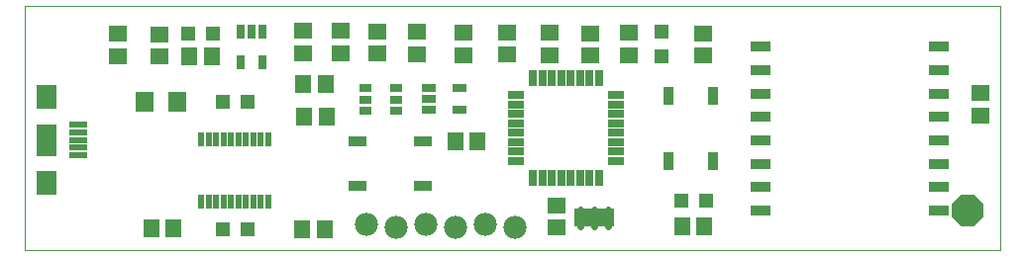
<source format=gts>
G75*
%MOIN*%
%OFA0B0*%
%FSLAX25Y25*%
%IPPOS*%
%LPD*%
%AMOC8*
5,1,8,0,0,1.08239X$1,22.5*
%
%ADD10C,0.00000*%
%ADD11OC8,0.10400*%
%ADD12R,0.06306X0.05518*%
%ADD13R,0.05518X0.06306*%
%ADD14R,0.05912X0.06699*%
%ADD15R,0.06109X0.01975*%
%ADD16R,0.06693X0.07874*%
%ADD17R,0.06693X0.10630*%
%ADD18R,0.05124X0.05124*%
%ADD19R,0.06400X0.03400*%
%ADD20R,0.05124X0.02565*%
%ADD21R,0.01900X0.04900*%
%ADD22R,0.02565X0.05124*%
%ADD23R,0.02600X0.05400*%
%ADD24R,0.05400X0.02600*%
%ADD25R,0.07000X0.03600*%
%ADD26R,0.04337X0.03156*%
%ADD27C,0.02172*%
%ADD28R,0.13760X0.06040*%
%ADD29R,0.03400X0.06400*%
%ADD30C,0.07800*%
D10*
X0015433Y0071025D02*
X0015433Y0153387D01*
X0343780Y0153387D01*
X0343780Y0071025D01*
X0015433Y0071025D01*
D11*
X0333032Y0084372D03*
D12*
X0337362Y0116458D03*
X0337362Y0123939D03*
X0243780Y0136576D03*
X0243780Y0144057D03*
X0219055Y0144135D03*
X0205985Y0144057D03*
X0192284Y0144254D03*
X0177953Y0144293D03*
X0163189Y0144254D03*
X0147441Y0144569D03*
X0134331Y0144687D03*
X0122008Y0144883D03*
X0109213Y0144883D03*
X0109213Y0137403D03*
X0122008Y0137403D03*
X0134331Y0137206D03*
X0147441Y0137088D03*
X0163189Y0136773D03*
X0177953Y0136813D03*
X0192284Y0136773D03*
X0205985Y0136576D03*
X0219055Y0136655D03*
X0194488Y0086065D03*
X0194488Y0078584D03*
X0061024Y0136301D03*
X0046851Y0136340D03*
X0046851Y0143820D03*
X0061024Y0143781D03*
D13*
X0071024Y0136261D03*
X0078504Y0136261D03*
X0109370Y0126852D03*
X0116851Y0126852D03*
X0117087Y0116025D03*
X0109607Y0116025D03*
X0160551Y0107757D03*
X0168032Y0107757D03*
X0236890Y0078899D03*
X0244370Y0078899D03*
X0116457Y0077994D03*
X0108977Y0077994D03*
X0065591Y0078427D03*
X0058110Y0078427D03*
D14*
X0055906Y0121025D03*
X0066929Y0121025D03*
D15*
X0033662Y0113151D03*
X0033662Y0110592D03*
X0033662Y0108033D03*
X0033662Y0105474D03*
X0033662Y0102915D03*
D16*
X0022933Y0093529D03*
X0022933Y0122537D03*
D17*
X0022933Y0108033D03*
D18*
X0082362Y0120828D03*
X0090630Y0120828D03*
X0078819Y0143820D03*
X0070551Y0143820D03*
X0229725Y0144647D03*
X0229725Y0136380D03*
X0236496Y0087561D03*
X0244764Y0087561D03*
X0090630Y0077836D03*
X0082362Y0077836D03*
D19*
X0127583Y0092541D03*
X0149583Y0092541D03*
X0149583Y0107541D03*
X0127583Y0107541D03*
D20*
X0151653Y0118269D03*
X0161890Y0118269D03*
X0151653Y0122009D03*
X0151653Y0125750D03*
X0161890Y0125750D03*
D21*
X0097431Y0108426D03*
X0094931Y0108426D03*
X0092431Y0108426D03*
X0089931Y0108426D03*
X0087431Y0108426D03*
X0084931Y0108426D03*
X0082431Y0108426D03*
X0079931Y0108426D03*
X0077431Y0108426D03*
X0074931Y0108426D03*
X0074931Y0087326D03*
X0077431Y0087326D03*
X0079931Y0087326D03*
X0082431Y0087326D03*
X0084931Y0087326D03*
X0087431Y0087326D03*
X0089931Y0087326D03*
X0092431Y0087326D03*
X0094931Y0087326D03*
X0097431Y0087326D03*
D22*
X0095630Y0134371D03*
X0088150Y0134371D03*
X0088150Y0144608D03*
X0091890Y0144608D03*
X0095630Y0144608D03*
D23*
X0186693Y0129028D03*
X0189843Y0129028D03*
X0192992Y0129028D03*
X0196142Y0129028D03*
X0199292Y0129028D03*
X0202441Y0129028D03*
X0205591Y0129028D03*
X0208740Y0129028D03*
X0208740Y0095228D03*
X0205591Y0095228D03*
X0202441Y0095228D03*
X0199292Y0095228D03*
X0196142Y0095228D03*
X0192992Y0095228D03*
X0189843Y0095228D03*
X0186693Y0095228D03*
D24*
X0180817Y0101104D03*
X0180817Y0104254D03*
X0180817Y0107403D03*
X0180817Y0110553D03*
X0180817Y0113702D03*
X0180817Y0116852D03*
X0180817Y0120002D03*
X0180817Y0123151D03*
X0214617Y0123151D03*
X0214617Y0120002D03*
X0214617Y0116852D03*
X0214617Y0113702D03*
X0214617Y0110553D03*
X0214617Y0107403D03*
X0214617Y0104254D03*
X0214617Y0101104D03*
D25*
X0263307Y0100120D03*
X0263307Y0107994D03*
X0263307Y0115868D03*
X0263307Y0123742D03*
X0263307Y0131616D03*
X0263307Y0139490D03*
X0323150Y0139490D03*
X0323150Y0131616D03*
X0323150Y0123742D03*
X0323150Y0115868D03*
X0323150Y0107994D03*
X0323150Y0100120D03*
X0323150Y0092246D03*
X0323150Y0084372D03*
X0263307Y0084372D03*
X0263307Y0092246D03*
D26*
X0140473Y0118033D03*
X0140473Y0121773D03*
X0130236Y0121773D03*
X0130236Y0118033D03*
X0130236Y0125513D03*
X0140473Y0125513D03*
D27*
X0202599Y0084755D02*
X0202599Y0079027D01*
X0207323Y0079027D02*
X0207323Y0084755D01*
X0212048Y0084755D02*
X0212048Y0079027D01*
D28*
X0207313Y0081881D03*
D29*
X0232185Y0100970D03*
X0247185Y0100970D03*
X0247185Y0122970D03*
X0232185Y0122970D03*
D30*
X0170394Y0079687D03*
X0180394Y0078687D03*
X0160394Y0078687D03*
X0150394Y0079687D03*
X0140394Y0078687D03*
X0130394Y0079687D03*
M02*

</source>
